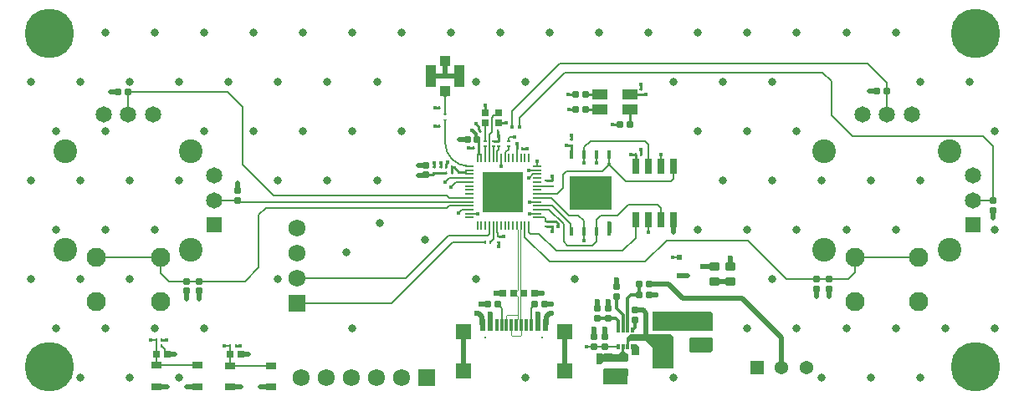
<source format=gbr>
%TF.GenerationSoftware,Altium Limited,Altium Designer,25.3.3 (18)*%
G04 Layer_Physical_Order=1*
G04 Layer_Color=255*
%FSLAX45Y45*%
%MOMM*%
%TF.SameCoordinates,94F19C35-717A-4B45-A619-7893C40BEDFD*%
%TF.FilePolarity,Positive*%
%TF.FileFunction,Copper,L1,Top,Signal*%
%TF.Part,Single*%
G01*
G75*
%TA.AperFunction,Conductor*%
%ADD10C,0.15600*%
%TA.AperFunction,SMDPad,CuDef*%
%ADD11R,1.05000X2.20000*%
%ADD12R,1.00000X1.00000*%
G04:AMPARAMS|DCode=13|XSize=0.6mm|YSize=0.7mm|CornerRadius=0.075mm|HoleSize=0mm|Usage=FLASHONLY|Rotation=270.000|XOffset=0mm|YOffset=0mm|HoleType=Round|Shape=RoundedRectangle|*
%AMROUNDEDRECTD13*
21,1,0.60000,0.55000,0,0,270.0*
21,1,0.45000,0.70000,0,0,270.0*
1,1,0.15000,-0.27500,-0.22500*
1,1,0.15000,-0.27500,0.22500*
1,1,0.15000,0.27500,0.22500*
1,1,0.15000,0.27500,-0.22500*
%
%ADD13ROUNDEDRECTD13*%
%ADD14R,0.45000X0.95000*%
%ADD15R,4.35000X3.45000*%
%ADD16R,0.65000X1.50000*%
%ADD17R,1.50000X1.10000*%
%TA.AperFunction,TestPad*%
G04:AMPARAMS|DCode=18|XSize=0.75mm|YSize=0.7mm|CornerRadius=0.035mm|HoleSize=0mm|Usage=FLASHONLY|Rotation=180.000|XOffset=0mm|YOffset=0mm|HoleType=Round|Shape=RoundedRectangle|*
%AMROUNDEDRECTD18*
21,1,0.75000,0.63000,0,0,180.0*
21,1,0.68000,0.70000,0,0,180.0*
1,1,0.07000,-0.34000,0.31500*
1,1,0.07000,0.34000,0.31500*
1,1,0.07000,0.34000,-0.31500*
1,1,0.07000,-0.34000,-0.31500*
%
%ADD18ROUNDEDRECTD18*%
%TA.AperFunction,SMDPad,CuDef*%
%ADD19R,0.85000X0.20000*%
%ADD20R,0.20000X0.85000*%
%ADD21R,4.05000X4.05000*%
G04:AMPARAMS|DCode=22|XSize=0.25mm|YSize=0.35mm|CornerRadius=0.03125mm|HoleSize=0mm|Usage=FLASHONLY|Rotation=90.000|XOffset=0mm|YOffset=0mm|HoleType=Round|Shape=RoundedRectangle|*
%AMROUNDEDRECTD22*
21,1,0.25000,0.28750,0,0,90.0*
21,1,0.18750,0.35000,0,0,90.0*
1,1,0.06250,0.14375,0.09375*
1,1,0.06250,0.14375,-0.09375*
1,1,0.06250,-0.14375,-0.09375*
1,1,0.06250,-0.14375,0.09375*
%
%ADD22ROUNDEDRECTD22*%
G04:AMPARAMS|DCode=23|XSize=0.25mm|YSize=0.35mm|CornerRadius=0.03125mm|HoleSize=0mm|Usage=FLASHONLY|Rotation=180.000|XOffset=0mm|YOffset=0mm|HoleType=Round|Shape=RoundedRectangle|*
%AMROUNDEDRECTD23*
21,1,0.25000,0.28750,0,0,180.0*
21,1,0.18750,0.35000,0,0,180.0*
1,1,0.06250,-0.09375,0.14375*
1,1,0.06250,0.09375,0.14375*
1,1,0.06250,0.09375,-0.14375*
1,1,0.06250,-0.09375,-0.14375*
%
%ADD23ROUNDEDRECTD23*%
G04:AMPARAMS|DCode=24|XSize=0.35mm|YSize=0.25mm|CornerRadius=0.0625mm|HoleSize=0mm|Usage=FLASHONLY|Rotation=90.000|XOffset=0mm|YOffset=0mm|HoleType=Round|Shape=RoundedRectangle|*
%AMROUNDEDRECTD24*
21,1,0.35000,0.12500,0,0,90.0*
21,1,0.22500,0.25000,0,0,90.0*
1,1,0.12500,0.06250,0.11250*
1,1,0.12500,0.06250,-0.11250*
1,1,0.12500,-0.06250,-0.11250*
1,1,0.12500,-0.06250,0.11250*
%
%ADD24ROUNDEDRECTD24*%
G04:AMPARAMS|DCode=25|XSize=0.6mm|YSize=0.7mm|CornerRadius=0.075mm|HoleSize=0mm|Usage=FLASHONLY|Rotation=180.000|XOffset=0mm|YOffset=0mm|HoleType=Round|Shape=RoundedRectangle|*
%AMROUNDEDRECTD25*
21,1,0.60000,0.55000,0,0,180.0*
21,1,0.45000,0.70000,0,0,180.0*
1,1,0.15000,-0.22500,0.27500*
1,1,0.15000,0.22500,0.27500*
1,1,0.15000,0.22500,-0.27500*
1,1,0.15000,-0.22500,-0.27500*
%
%ADD25ROUNDEDRECTD25*%
G04:AMPARAMS|DCode=26|XSize=0.35mm|YSize=0.25mm|CornerRadius=0.0625mm|HoleSize=0mm|Usage=FLASHONLY|Rotation=180.000|XOffset=0mm|YOffset=0mm|HoleType=Round|Shape=RoundedRectangle|*
%AMROUNDEDRECTD26*
21,1,0.35000,0.12500,0,0,180.0*
21,1,0.22500,0.25000,0,0,180.0*
1,1,0.12500,-0.11250,0.06250*
1,1,0.12500,0.11250,0.06250*
1,1,0.12500,0.11250,-0.06250*
1,1,0.12500,-0.11250,-0.06250*
%
%ADD26ROUNDEDRECTD26*%
%TA.AperFunction,ConnectorPad*%
%ADD27R,0.60000X1.15000*%
%ADD28R,0.30000X1.15000*%
%TA.AperFunction,SMDPad,CuDef*%
%ADD29R,1.50000X1.50000*%
%ADD30R,0.65000X0.65000*%
%ADD31R,0.57500X0.62000*%
G04:AMPARAMS|DCode=32|XSize=0.8mm|YSize=1mm|CornerRadius=0.1mm|HoleSize=0mm|Usage=FLASHONLY|Rotation=90.000|XOffset=0mm|YOffset=0mm|HoleType=Round|Shape=RoundedRectangle|*
%AMROUNDEDRECTD32*
21,1,0.80000,0.80000,0,0,90.0*
21,1,0.60000,1.00000,0,0,90.0*
1,1,0.20000,0.40000,0.30000*
1,1,0.20000,0.40000,-0.30000*
1,1,0.20000,-0.40000,-0.30000*
1,1,0.20000,-0.40000,0.30000*
%
%ADD32ROUNDEDRECTD32*%
%ADD33R,1.05000X0.65000*%
%ADD34R,0.30000X0.47500*%
%ADD35R,2.10000X1.90000*%
%TA.AperFunction,Conductor*%
%ADD36C,0.50000*%
%ADD37C,0.25000*%
%ADD38C,0.20000*%
%ADD39C,0.12300*%
%ADD40C,0.30000*%
%ADD41C,0.40000*%
%TA.AperFunction,ViaPad*%
%ADD42C,5.00000*%
%TA.AperFunction,ComponentPad*%
%ADD43C,1.72500*%
%ADD44R,1.72500X1.72500*%
%ADD45C,1.36500*%
%ADD46R,1.36500X1.36500*%
%ADD47C,0.32500*%
%ADD48C,1.65000*%
%ADD49R,1.65000X1.65000*%
%ADD50C,2.40000*%
%ADD51C,1.95000*%
%ADD52R,1.72500X1.72500*%
%TA.AperFunction,ViaPad*%
%ADD53C,0.60000*%
%ADD54C,0.80000*%
%ADD55C,0.45000*%
G36*
X5697301Y9839705D02*
X5681701D01*
X5673901Y9855305D01*
X5705101D01*
X5697301Y9839705D01*
D02*
G37*
G36*
X5697338Y9762172D02*
X5697898Y9755214D01*
X5698234Y9753431D01*
X5698645Y9751915D01*
X5699130Y9750668D01*
X5699690Y9749689D01*
X5700325Y9748977D01*
X5701034Y9748534D01*
X5677968D01*
X5678677Y9748977D01*
X5679311Y9749689D01*
X5679872Y9750668D01*
X5680357Y9751915D01*
X5680768Y9753431D01*
X5681104Y9755214D01*
X5681365Y9757265D01*
X5681664Y9762172D01*
X5681701Y9765028D01*
X5697301D01*
X5697338Y9762172D01*
D02*
G37*
G36*
X5700325Y9715024D02*
X5699690Y9714313D01*
X5699130Y9713333D01*
X5698645Y9712086D01*
X5698234Y9710571D01*
X5697898Y9708787D01*
X5697637Y9706736D01*
X5697338Y9701829D01*
X5697301Y9698973D01*
X5681701D01*
X5681664Y9701829D01*
X5681104Y9708787D01*
X5680768Y9710571D01*
X5680357Y9712086D01*
X5679872Y9713333D01*
X5679311Y9714313D01*
X5678677Y9715024D01*
X5677968Y9715467D01*
X5701034D01*
X5700325Y9715024D01*
D02*
G37*
G36*
X8399500Y7652000D02*
Y7479499D01*
X8394500Y7474499D01*
X7797000D01*
X7792000Y7479499D01*
Y7671999D01*
X8379500D01*
X8399500Y7652000D01*
D02*
G37*
G36*
X8394500Y7404499D02*
X8399500Y7399500D01*
Y7274500D01*
X8377000Y7251999D01*
X8182000D01*
X8159500Y7274499D01*
X8159500Y7393870D01*
X8170129Y7404500D01*
X8394500Y7404499D01*
D02*
G37*
G36*
X7504108Y7291999D02*
X7504500Y7290032D01*
Y7269499D01*
X7539500Y7234499D01*
Y7164500D01*
X7534500Y7159500D01*
X7292000D01*
X7270000Y7137500D01*
X7228886Y7137500D01*
X7219500Y7146886D01*
Y7244499D01*
X7224500Y7249499D01*
X7282000D01*
X7292000Y7239499D01*
X7444500D01*
X7474500Y7269499D01*
Y7271950D01*
X7474500D01*
Y7339499D01*
X7504108D01*
Y7291999D01*
D02*
G37*
G36*
X7657000Y7314499D02*
Y7232000D01*
X7649500Y7224499D01*
X7589500D01*
X7574500Y7239499D01*
Y7271950D01*
X7574500D01*
Y7290032D01*
X7574892Y7291999D01*
Y7339499D01*
X7632000D01*
X7657000Y7314499D01*
D02*
G37*
G36*
X7974500Y7436999D02*
X8002000Y7409500D01*
Y7092000D01*
X7792000D01*
Y7299499D01*
X7722000Y7369499D01*
X7564500Y7369499D01*
X7554500Y7359499D01*
Y7291999D01*
X7524500D01*
Y7359450D01*
X7524500D01*
Y7399500D01*
X7562000Y7436999D01*
X7974500Y7436999D01*
D02*
G37*
G36*
X7539500Y7084499D02*
Y6944499D01*
X7529500Y6934499D01*
X7299500D01*
X7289500Y6944499D01*
Y7079499D01*
Y7084499D01*
X7294500Y7089499D01*
X7534500D01*
X7539500Y7084499D01*
D02*
G37*
D10*
X5689500Y9384499D02*
G03*
X5932000Y9142000I242499J0D01*
G01*
X2157500Y8222500D02*
X2807500D01*
X9835868Y8222500D02*
X10485869D01*
X6902500Y10090000D02*
X9512500D01*
X9597500Y9660000D02*
Y10005000D01*
X9512500Y10090000D02*
X9597500Y10005000D01*
X6447500Y9635000D02*
X6902500Y10090000D01*
X9962500Y10182500D02*
X10160000Y9985000D01*
X6365000Y9700000D02*
X6847500Y10182500D01*
X9962500D01*
X3637500Y9160000D02*
X3952500Y8845000D01*
X3485000Y9897500D02*
X3637500Y9745000D01*
Y9160000D02*
Y9745000D01*
X11235000Y8797500D02*
X11240000D01*
X11033869D02*
X11235000D01*
Y9345000D01*
Y8797499D02*
Y8797500D01*
X10087800Y9445300D02*
X11134700D01*
X10087500Y9445000D02*
X10087800Y9445300D01*
X11134700D02*
X11235000Y9345000D01*
X2767499Y7125001D02*
X3182499D01*
X2767499Y7125001D02*
Y7239999D01*
Y7125001D02*
X2767499Y7125001D01*
X2767499Y7239999D02*
X2767499Y7239999D01*
Y7324999D01*
Y7380000D01*
X3515000Y7120000D02*
X3930000D01*
X3514999Y7120001D02*
Y7234999D01*
Y7120001D02*
X3515000Y7120000D01*
X3515000Y7320000D02*
Y7320000D01*
Y7235000D02*
Y7320000D01*
X3514999Y7234999D02*
X3515000Y7235000D01*
X3457500Y7320000D02*
X3514999D01*
X3515000Y7320000D01*
X2767499Y7380000D02*
X2767499Y7380000D01*
X2710000Y7380000D02*
X2767499D01*
X5752500Y8932500D02*
X5802000Y8982000D01*
X5932000D01*
X5687500Y8980000D02*
X5729500Y9022000D01*
X5932000D01*
Y8662000D02*
X6016000D01*
X6497000Y8425500D02*
X6747500Y8175000D01*
X6497000Y8425500D02*
Y8537000D01*
X6747500Y8175000D02*
X7717500D01*
X7935000Y8392500D01*
X8752500D01*
X9145000Y8000000D01*
X9450000D01*
X5828412Y8670000D02*
X5860412Y8702000D01*
X5932000D01*
X5827500Y8670000D02*
X5828412D01*
X5729500Y8742000D02*
X5932000D01*
X5707500Y8720000D02*
X5729500Y8742000D01*
X6447500Y9540000D02*
Y9635000D01*
X6365000Y9537500D02*
Y9700000D01*
X6337000Y9397000D02*
Y9433362D01*
X6346138Y9442500D02*
X6395000D01*
X6337000Y9433362D02*
X6346138Y9442500D01*
X9597500Y9660000D02*
X9812500Y9445000D01*
X10087500D01*
X10160000Y9907500D02*
Y9985000D01*
X10160434Y9670934D02*
Y9907066D01*
X10160000Y9907500D02*
X10160434Y9907066D01*
Y9670934D02*
X10160868Y9670500D01*
X3805000Y8115000D02*
Y8650000D01*
X3197500Y7977500D02*
X3667500D01*
X3805000Y8115000D01*
Y8650000D02*
X3875000Y8720000D01*
X5707500D01*
X3952500Y8845000D02*
X5707500D01*
X2482500Y9897500D02*
X3485000D01*
X5707500Y8845000D02*
X5730500Y8822000D01*
X5932000D01*
X3590000Y8797500D02*
X3605500Y8782000D01*
X5932000D01*
X9580000Y8000000D02*
X9580000Y8000000D01*
X9450000Y8000000D02*
X9580000D01*
X9580000Y8000000D02*
X9770000D01*
X9835868Y8065868D01*
Y8222500D01*
X2482500Y9897500D02*
X2482500Y9897500D01*
Y9670501D02*
Y9897500D01*
X3355500Y8797500D02*
X3590000D01*
X3355500Y8797501D02*
X3355500Y8797500D01*
X11033868Y8797500D02*
X11033869Y8797500D01*
X11240000D02*
X11240000Y8797501D01*
X4190522Y7750277D02*
X5147777D01*
X5765500Y8368000D01*
X6562000Y7536000D02*
Y7707000D01*
X6594500Y7739500D01*
Y7744500D01*
X6262000Y7536000D02*
Y7699501D01*
X6222002Y7739499D02*
X6262000Y7699501D01*
X6222002Y7739499D02*
Y7744500D01*
X3070000Y7977500D02*
X3070000Y7977500D01*
X3197500D01*
X2892500Y7977500D02*
X3070000D01*
X2807500Y8062500D02*
X2892500Y7977500D01*
X2807500Y8062500D02*
Y8222500D01*
X6257250Y9142750D02*
Y9226750D01*
Y9142750D02*
X6257500Y9142500D01*
X6257000Y9227000D02*
X6257250Y9226750D01*
X5725000Y8440000D02*
X6120000D01*
X6137000Y8457000D01*
Y8537000D01*
X5289277Y8004277D02*
X5725000Y8440000D01*
X4190522Y8004277D02*
X5289277D01*
X5765500Y8368000D02*
X6092000D01*
X6147000D02*
Y8373000D01*
X6177000Y8403000D02*
Y8537000D01*
X6147000Y8373000D02*
X6177000Y8403000D01*
X5689499Y9880801D02*
X5689501D01*
Y9732001D02*
Y9880801D01*
Y9669501D02*
Y9732001D01*
X5689499Y9669501D02*
X5689501D01*
X5689500Y9384499D02*
Y9547001D01*
X5689499Y9609501D02*
X5689500D01*
Y9547001D02*
Y9609501D01*
X7487000Y8284500D02*
X7619000Y8416500D01*
X7223000Y8380500D02*
Y8479499D01*
X7182000Y8339500D02*
X7223000Y8380500D01*
X6812000Y8284500D02*
X7487000D01*
X7095249Y8478749D02*
X7096000Y8479499D01*
X7095249Y8387750D02*
Y8478749D01*
X7094499Y8387000D02*
X7095249Y8387750D01*
X6926999Y8339500D02*
X7182000D01*
X6958304Y8490195D02*
X6969000Y8479499D01*
X6889499Y8377000D02*
X6926999Y8339500D01*
X6889499Y8377000D02*
Y8554500D01*
X6637000Y8459500D02*
X6812000Y8284500D01*
X6551999Y8459500D02*
X6637000D01*
X7746000Y8475500D02*
Y8599500D01*
X7619000Y8416500D02*
Y8599500D01*
X7223000Y8598000D02*
X7264499Y8639500D01*
X7223000Y8479499D02*
Y8598000D01*
X7096000Y8479499D02*
Y8588000D01*
X7039499Y8644500D02*
X7096000Y8588000D01*
X6958304Y8490195D02*
Y8558196D01*
X7873000Y8599500D02*
Y8718499D01*
X7871999Y9140500D02*
X7873000Y9139500D01*
X7841999Y8749500D02*
X7873000Y8718499D01*
X7518000Y8989500D02*
X7974499D01*
X7544500Y8749500D02*
X7841999D01*
X7434499Y8639500D02*
X7544500Y8749500D01*
X7350000Y9157500D02*
X7518000Y8989500D01*
X7264499Y8639500D02*
X7434499D01*
X7281999Y9089500D02*
X7350000Y9157500D01*
X7871999Y9140500D02*
Y9264500D01*
X7746000Y9139500D02*
Y9363000D01*
X7709499Y9399500D02*
X7746000Y9363000D01*
X7161999Y9399500D02*
X7709499D01*
X7350000Y9157500D02*
Y9259499D01*
X7223000D02*
X7232000Y9268499D01*
X7222500Y9259000D02*
X7223000Y9259499D01*
X7222500Y9172500D02*
Y9259000D01*
X7222000Y9172000D02*
X7222500Y9172500D01*
X6944499Y8644500D02*
X7039499D01*
X6884499Y8919500D02*
Y9054500D01*
X6774500Y8742000D02*
X6958304Y8558196D01*
X6827000Y8862000D02*
X6884499Y8919500D01*
X6766999Y8822000D02*
X6944499Y8644500D01*
X6741999Y8702000D02*
X6889499Y8554500D01*
X6716999Y8942000D02*
X6774499D01*
X6622000Y8862000D02*
X6827000D01*
X6716999Y8942000D02*
X6716999Y8942000D01*
X6622000Y8742000D02*
X6774500D01*
X6622000Y8822000D02*
X6766999D01*
X6622000Y8702000D02*
X6741999D01*
X6622000Y8942000D02*
X6716999D01*
X6547000Y8662000D02*
X6622000D01*
X7096000Y9333500D02*
X7161999Y9399500D01*
X6919499Y9089500D02*
X7281999D01*
X7096000Y9173000D02*
Y9259499D01*
Y9333500D01*
X7095499Y9172500D02*
X7096000Y9173000D01*
X6884499Y9054500D02*
X6919499Y9089500D01*
X6537000Y8474499D02*
X6551999Y8459500D01*
X6537000Y8474499D02*
Y8537000D01*
X6547000Y8782000D02*
X6622000D01*
X6546999Y8782000D02*
X6547000Y8782000D01*
X6546999Y8662000D02*
X6547000Y8662000D01*
X6335418Y9342000D02*
X6337000D01*
X6330718Y9337300D02*
X6335418Y9342000D01*
X6330718Y9315719D02*
Y9337300D01*
X6297000Y9282001D02*
X6330718Y9315719D01*
X6297000Y9227000D02*
Y9282001D01*
X6234499Y9314500D02*
Y9342000D01*
X6217000Y9297001D02*
X6234499Y9314500D01*
X6217000Y9227000D02*
Y9297001D01*
X6177000Y9227000D02*
X6177000Y9227000D01*
X6177000Y9227000D02*
Y9342000D01*
X6176999Y9342000D02*
X6177000Y9342000D01*
X6097000Y9227000D02*
Y9342000D01*
X6097000D02*
X6097000D01*
X6164500Y9492000D02*
Y9497000D01*
Y9637001D01*
X6137000Y9464500D02*
X6164500Y9492000D01*
X6137000Y9227000D02*
Y9464500D01*
X6097000Y9497001D02*
Y9582000D01*
X6097000Y9497001D02*
X6097000D01*
X6097000Y9582000D02*
X6097000D01*
X6097000Y9397000D02*
Y9497001D01*
X6204800Y9654800D02*
X6232000Y9682000D01*
X6182299Y9654800D02*
X6204800D01*
X6164500Y9637001D02*
X6182299Y9654800D01*
X7122001Y7317000D02*
X7194500D01*
X7304500Y7317000D02*
X7304500Y7317000D01*
X7194500Y7317000D02*
X7304500D01*
X7304500Y7317000D02*
X7438200D01*
X7439500Y7315700D01*
X7988701Y8222500D02*
X8061200D01*
X8000000Y9015001D02*
Y9139500D01*
X7974499Y8989500D02*
X8000000Y9015001D01*
D11*
X5837500Y10055000D02*
D03*
X5542499D02*
D03*
D12*
X5690000Y10205000D02*
D03*
Y9905000D02*
D03*
D13*
X11235000Y8797499D02*
D03*
Y8697499D02*
D03*
X5497000Y9154500D02*
D03*
Y9054500D02*
D03*
X9450000Y8000000D02*
D03*
Y7900000D02*
D03*
X9580000Y7900000D02*
D03*
Y8000000D02*
D03*
X3197500Y7977500D02*
D03*
Y7877500D02*
D03*
X3070000Y7877500D02*
D03*
Y7977500D02*
D03*
X3590000Y8897500D02*
D03*
Y8797500D02*
D03*
X7304500Y7417000D02*
D03*
Y7317000D02*
D03*
X7609500Y7584499D02*
D03*
Y7684499D02*
D03*
X7227000Y7699500D02*
D03*
Y7599500D02*
D03*
X7337000Y7599499D02*
D03*
Y7699499D02*
D03*
X7424500Y7819499D02*
D03*
Y7919499D02*
D03*
X7194500Y7417000D02*
D03*
Y7317000D02*
D03*
D14*
X6969000Y8479499D02*
D03*
X7096000D02*
D03*
X7223000D02*
D03*
X7350000D02*
D03*
Y9259499D02*
D03*
X7223000D02*
D03*
X7096000D02*
D03*
X6969000D02*
D03*
D15*
X7159500Y8869499D02*
D03*
D16*
X7619000Y9139500D02*
D03*
X7746000D02*
D03*
X7873000D02*
D03*
X8000000D02*
D03*
Y8599500D02*
D03*
X7873000D02*
D03*
X7746000D02*
D03*
X7619000D02*
D03*
D17*
X7556999Y9719500D02*
D03*
X7256999D02*
D03*
Y9869500D02*
D03*
X7556999D02*
D03*
D18*
X6097000Y9582000D02*
D03*
X6232000D02*
D03*
X6097000Y9682000D02*
D03*
X6232000D02*
D03*
D19*
X5932000Y9142000D02*
D03*
Y9102000D02*
D03*
Y9062000D02*
D03*
Y9022000D02*
D03*
Y8982000D02*
D03*
Y8942000D02*
D03*
Y8902000D02*
D03*
Y8862000D02*
D03*
Y8822000D02*
D03*
Y8782000D02*
D03*
Y8742000D02*
D03*
Y8702000D02*
D03*
Y8662000D02*
D03*
Y8622000D02*
D03*
X6622000D02*
D03*
Y8662000D02*
D03*
Y8702000D02*
D03*
Y8742000D02*
D03*
Y8782000D02*
D03*
Y8822000D02*
D03*
Y8862000D02*
D03*
Y8902000D02*
D03*
Y8942000D02*
D03*
Y8982000D02*
D03*
Y9022000D02*
D03*
Y9062000D02*
D03*
Y9102000D02*
D03*
Y9142000D02*
D03*
D20*
X6017000Y8537000D02*
D03*
X6057000D02*
D03*
X6097000D02*
D03*
X6137000D02*
D03*
X6177000D02*
D03*
X6217000D02*
D03*
X6257000D02*
D03*
X6297000D02*
D03*
X6337000D02*
D03*
X6377000D02*
D03*
X6417000D02*
D03*
X6457000D02*
D03*
X6497000D02*
D03*
X6537000D02*
D03*
Y9227000D02*
D03*
X6497000D02*
D03*
X6457000D02*
D03*
X6417000D02*
D03*
X6377000D02*
D03*
X6337000D02*
D03*
X6297000D02*
D03*
X6257000D02*
D03*
X6217000D02*
D03*
X6177000D02*
D03*
X6137000D02*
D03*
X6097000D02*
D03*
X6057000D02*
D03*
X6017000D02*
D03*
D21*
X6277000Y8882000D02*
D03*
D22*
X6714499Y8584500D02*
D03*
Y8529500D02*
D03*
X6774499Y8997000D02*
D03*
Y8942000D02*
D03*
X6769499Y8584500D02*
D03*
Y8529500D02*
D03*
X6716999Y8942000D02*
D03*
Y8997000D02*
D03*
X6234499Y8429500D02*
D03*
Y8374500D02*
D03*
X5644500Y9074501D02*
D03*
Y9129501D02*
D03*
X5582000Y9074501D02*
D03*
Y9129501D02*
D03*
X6969500Y9357000D02*
D03*
Y9412000D02*
D03*
X7671999Y9869500D02*
D03*
Y9924501D02*
D03*
X6337000Y9397000D02*
D03*
Y9342000D02*
D03*
X6234499Y9342000D02*
D03*
Y9397001D02*
D03*
X6176999Y9342000D02*
D03*
Y9397001D02*
D03*
X6097000Y9397000D02*
D03*
Y9342000D02*
D03*
D23*
X6147000Y8368000D02*
D03*
X6092000D02*
D03*
X5757000Y9132000D02*
D03*
X5702000D02*
D03*
X7674500Y9264500D02*
D03*
X7619500D02*
D03*
X6416999Y9319500D02*
D03*
X6472000D02*
D03*
X6032000Y9329500D02*
D03*
X5977000D02*
D03*
X5689500Y9547001D02*
D03*
X5634500D02*
D03*
X5689501Y9732001D02*
D03*
X5634501D02*
D03*
X6164500Y9497000D02*
D03*
X6219500D02*
D03*
X6097000Y9497001D02*
D03*
X6042000D02*
D03*
X3570000Y7320000D02*
D03*
X3515000D02*
D03*
X2822500Y7380000D02*
D03*
X2767499D02*
D03*
X2822500Y7324999D02*
D03*
X2767499D02*
D03*
D24*
X5756999Y9074499D02*
D03*
X5697000D02*
D03*
D25*
X7556999Y9562000D02*
D03*
X7456999D02*
D03*
X7114499Y9719500D02*
D03*
X7014499D02*
D03*
X7111999Y9869500D02*
D03*
X7011999D02*
D03*
X5914499Y9412000D02*
D03*
X6014500D02*
D03*
X7755000Y7837500D02*
D03*
X7655000D02*
D03*
X7754500Y7949500D02*
D03*
X7654500D02*
D03*
X10060000Y9907500D02*
D03*
X10160000D02*
D03*
X2382500Y9897500D02*
D03*
X2482500D02*
D03*
X6222002Y7744500D02*
D03*
X6122001D02*
D03*
X6594500Y7744500D02*
D03*
X6694500D02*
D03*
D26*
X5689499Y9609501D02*
D03*
Y9669501D02*
D03*
D27*
X6067000Y7536000D02*
D03*
X6147000D02*
D03*
X6627000D02*
D03*
X6707000D02*
D03*
D28*
X6262000D02*
D03*
X6362000D02*
D03*
X6412000D02*
D03*
X6512000D02*
D03*
X6562000D02*
D03*
X6462000D02*
D03*
X6312000D02*
D03*
X6212000D02*
D03*
D29*
X5875000Y7462000D02*
D03*
X6899000D02*
D03*
Y7065000D02*
D03*
X5875000D02*
D03*
D30*
X3624999Y7234999D02*
D03*
X3514999D02*
D03*
X2877499Y7239999D02*
D03*
X2767499D02*
D03*
X6274501Y7852000D02*
D03*
X6384501D02*
D03*
X6599500Y7852000D02*
D03*
X6489500D02*
D03*
D31*
X8061200Y8222500D02*
D03*
Y8032500D02*
D03*
X8298800Y8127500D02*
D03*
D32*
X8577500D02*
D03*
Y7977500D02*
D03*
X8420001D02*
D03*
Y8127500D02*
D03*
X8349500Y7364499D02*
D03*
Y7514499D02*
D03*
X8209500Y7364499D02*
D03*
Y7514499D02*
D03*
X7489501Y7049500D02*
D03*
Y7199500D02*
D03*
X7339500Y7049499D02*
D03*
Y7199499D02*
D03*
D33*
X3182499Y6910001D02*
D03*
X2767499D02*
D03*
X3182499Y7125001D02*
D03*
X2767499D02*
D03*
X3930000Y6905001D02*
D03*
X3515000D02*
D03*
X3930000Y7120000D02*
D03*
X3515000D02*
D03*
D34*
X7439500Y7315700D02*
D03*
X7489500D02*
D03*
X7539500D02*
D03*
X7589500D02*
D03*
Y7483299D02*
D03*
X7539500D02*
D03*
X7489500D02*
D03*
X7439500D02*
D03*
D35*
X7897000Y7187000D02*
D03*
Y7577000D02*
D03*
D36*
X5690000Y10055000D02*
X5837500D01*
X5542499D02*
X5690000D01*
Y10205000D01*
X3070000Y7799998D02*
Y7877500D01*
X2304998Y9897500D02*
X2382500D01*
X3590000Y8897500D02*
Y8975002D01*
X6899000Y7262500D02*
Y7462000D01*
Y7065000D02*
Y7262500D01*
X5875000Y7065000D02*
Y7262500D01*
Y7462000D01*
X6627000Y7536000D02*
X6627250Y7536250D01*
Y7644750D01*
X6627500Y7645000D01*
X6147250Y7536250D02*
Y7644750D01*
X6147500Y7645000D01*
X6147000Y7536000D02*
X6147250Y7536250D01*
X6707000Y7536000D02*
X6712000Y7541000D01*
X6744376Y7650587D02*
X6764587D01*
X6712000Y7618211D02*
X6744376Y7650587D01*
X6712000Y7541000D02*
Y7618211D01*
X6764587Y7650587D02*
X6766500Y7652500D01*
X6029623Y7650587D02*
X6062000Y7618211D01*
X6009413Y7650587D02*
X6029623D01*
X6062000Y7541000D02*
X6067000Y7536000D01*
X6062000Y7541000D02*
Y7618211D01*
X6007500Y7652500D02*
X6009413Y7650587D01*
X6204501Y7852000D02*
X6274501D01*
X6599500Y7852000D02*
X6669500D01*
X6694500Y7744500D02*
X6764500D01*
X6052002Y7744500D02*
X6122001D01*
X8061200Y8032500D02*
X8143700D01*
X9982499Y9907500D02*
X10060000D01*
X11235000Y8619998D02*
Y8697499D01*
X9450000Y7822499D02*
Y7900000D01*
X9580000Y7822499D02*
Y7900000D01*
X3197500Y7799999D02*
Y7877500D01*
X7755000Y7837500D02*
X7825000D01*
X7948000Y7949500D02*
X8095000Y7802500D01*
X7754500Y7949500D02*
X7948000D01*
X8095000Y7802500D02*
X8695000D01*
X9095000Y7402500D01*
Y7102500D02*
Y7402500D01*
X5494501Y9052000D02*
X5497000Y9054500D01*
X5416999Y9052000D02*
X5494501D01*
X5419499Y9154500D02*
X5497000D01*
X5836998Y9412000D02*
X5914499D01*
X7424500Y7919499D02*
Y7989498D01*
X7337000Y7699499D02*
Y7769499D01*
X7227000Y7699500D02*
Y7769499D01*
X7609500Y7684499D02*
X7692710D01*
X7722000Y7655210D01*
Y7416999D02*
Y7655210D01*
X7304500Y7417000D02*
Y7486999D01*
X7194500Y7417000D02*
Y7487000D01*
X8577500Y8127500D02*
Y8210000D01*
X8420001Y7977500D02*
X8577500D01*
X8298800Y8127500D02*
X8420001D01*
X3515000Y6905001D02*
X3622500D01*
X3622501Y6905000D01*
X3822500Y6905001D02*
X3930000D01*
X3822499Y6905001D02*
X3822500Y6905001D01*
X3074999Y6910001D02*
X3182499D01*
X3074998Y6910002D02*
X3074999Y6910001D01*
X2874999D02*
X2875000Y6910000D01*
X2767499Y6910001D02*
X2874999D01*
X3624999Y7234999D02*
X3702500D01*
X2877499Y7239999D02*
X2955000D01*
X8000000Y8477501D02*
Y8599500D01*
X7999499Y8477000D02*
X8000000Y8477501D01*
D37*
X6416999Y9319500D02*
Y9367001D01*
X6969000Y9259499D02*
Y9357000D01*
X2822500Y7378750D02*
X2871250D01*
X2872500Y7377500D01*
X2822500Y7378750D02*
Y7380000D01*
X5644500Y9074501D02*
X5697000D01*
X5582000D02*
X5644500D01*
X5929499Y9329500D02*
X5977000D01*
X6769499Y8482000D02*
Y8529500D01*
X6828919Y8530080D02*
X6829499Y8529500D01*
X6828919Y8530080D02*
Y8563773D01*
X6808192Y8584500D02*
X6828919Y8563773D01*
X6769499Y8584500D02*
X6808192D01*
X6714499Y8529500D02*
X6769499D01*
X6714499Y8584500D02*
X6769499D01*
X7619000Y9139500D02*
X7619500Y9139999D01*
X7674500Y9264500D02*
Y9312000D01*
X7619500Y9139999D02*
Y9264500D01*
X7571999D02*
X7619500D01*
X7444499Y9562000D02*
X7456999Y9574500D01*
X7381999Y9562000D02*
X7444499D01*
X6969500Y9412000D02*
Y9459501D01*
X6969000Y9357000D02*
X6969500D01*
X6921499D02*
X6969000D01*
X6774499Y8997000D02*
Y9044501D01*
X6716999Y8997000D02*
X6774499D01*
X6234499Y8429500D02*
X6282000D01*
X6234499Y8326999D02*
Y8374500D01*
X5829499Y9082000D02*
X5894500D01*
X5697000Y9074499D02*
Y9074501D01*
X5562000Y9054500D02*
X5582000Y9074501D01*
X5497001Y9054500D02*
X5562000D01*
X5497000Y9054500D02*
X5497001Y9054500D01*
X5782000Y9129500D02*
X5829499Y9082000D01*
X5757000Y9129500D02*
X5782000D01*
X5757000Y9127000D02*
Y9129500D01*
Y9129500D02*
Y9129500D01*
Y9132000D01*
X5756999Y9126999D02*
X5757000Y9127000D01*
X5756999Y9074499D02*
Y9126999D01*
X5714499Y9179088D02*
Y9184500D01*
X5702000Y9166588D02*
X5714499Y9179088D01*
X5702000Y9132000D02*
Y9166588D01*
X5644500Y9129501D02*
X5647000D01*
X5644500D02*
Y9179500D01*
X5644500Y9179500D02*
X5644500Y9179500D01*
X5581999Y9129501D02*
Y9177001D01*
X6472000Y9319500D02*
X6519500D01*
X6307000Y9582000D02*
X6307000Y9582000D01*
X6232000Y9582000D02*
X6307000D01*
X6229499Y9397001D02*
Y9444501D01*
X6229499Y9444501D02*
Y9449913D01*
X6219500Y9459912D02*
X6229499Y9449913D01*
X6219500Y9459912D02*
Y9497000D01*
X6176999Y9397001D02*
X6229499D01*
X6032000Y9265750D02*
Y9329500D01*
Y9389499D01*
X6014500Y9406999D02*
X6032000Y9389499D01*
X5587000Y9547001D02*
X5634500D01*
X5587000Y9732001D02*
X5634501D01*
X6042000Y9497001D02*
Y9502001D01*
X6041644D02*
X6042000D01*
X6026999Y9516645D02*
X6041644Y9502001D01*
X6026999Y9516645D02*
Y9545450D01*
X6005104Y9567345D02*
X6026999Y9545450D01*
X6014500Y9406999D02*
Y9412000D01*
X6005104Y9567345D02*
Y9572757D01*
X7256999Y9719500D02*
X7256999Y9719500D01*
X7114499Y9719500D02*
X7256999D01*
X6939499D02*
X7014499D01*
X6936999Y9869500D02*
X7011999D01*
X7671999D02*
X7719500D01*
X7556999D02*
X7671999D01*
X7556999Y9574500D02*
Y9719500D01*
X7111999Y9869500D02*
X7256999D01*
X7671999Y9924501D02*
Y9972001D01*
X6097000Y9682000D02*
Y9757000D01*
X6096999Y9757000D02*
X6097000Y9757000D01*
X3570000Y7320000D02*
X3617500D01*
X3617501Y7320001D01*
D38*
X6019500Y9259500D02*
X6057000D01*
X6709499Y8584500D02*
X6714499D01*
X6706999Y8587000D02*
X6709499Y8584500D01*
X6706999Y8587000D02*
Y8612000D01*
X6696999Y8622000D02*
X6706999Y8612000D01*
X6622000Y8622000D02*
X6696999D01*
X6622000Y9142000D02*
Y9189501D01*
X6622000Y9142000D02*
X6622000D01*
X6576245Y9062000D02*
X6622000D01*
X6234499Y8429500D02*
X6234500Y8429500D01*
X6229500Y8429500D02*
X6234499D01*
X6226999Y8432000D02*
X6229500Y8429500D01*
X6226999Y8432000D02*
Y8464500D01*
X6217000Y8474500D02*
X6226999Y8464500D01*
X6217000Y8474500D02*
Y8537000D01*
X6536999Y9102000D02*
X6622000D01*
X6541245Y9027000D02*
X6576245Y9062000D01*
X6536999Y9027000D02*
X6541245D01*
X5920284Y9062000D02*
X5932000D01*
X5899500Y9077000D02*
Y9102000D01*
X5899500Y9077000D02*
X5899500Y9077000D01*
X5899500Y9072000D02*
Y9077000D01*
X5920284Y9102000D02*
X5932000D01*
X5899500D02*
X5932000D01*
X6417000Y9227000D02*
Y9319500D01*
X6416999Y9319500D02*
X6417000Y9319500D01*
X6057000Y9227000D02*
Y9259500D01*
X2854999Y7262499D02*
Y7287500D01*
X2822500Y7319999D02*
Y7324999D01*
Y7319999D02*
X2854999Y7287500D01*
Y7262499D02*
X2877499Y7239999D01*
D39*
X6424850Y7591350D02*
Y7635000D01*
X6319205D02*
X6424850D01*
X6312000Y7536000D02*
Y7627795D01*
X6424850Y7635000D02*
Y7678740D01*
X6312000Y7627795D02*
X6319205Y7635000D01*
X6362000Y7434705D02*
Y7536000D01*
X6369205Y7427500D02*
X6454795D01*
X6462000Y7434705D01*
Y7536000D01*
X6362000Y7434705D02*
X6369205Y7427500D01*
X6412000Y7578500D02*
X6424850Y7591350D01*
X6424851Y7678741D02*
Y7818444D01*
X6449150Y7591350D02*
X6462000Y7578500D01*
X6384501Y7852000D02*
X6410851Y7825650D01*
X6456356Y7825650D02*
X6463150D01*
X6449151Y7668676D02*
Y7818445D01*
X6410851Y7825650D02*
X6417646D01*
X6449150Y7668675D02*
X6449151Y7668676D01*
X6449150Y7591350D02*
Y7668675D01*
X6449151Y7818445D02*
X6456356Y7825650D01*
X6462000Y7536000D02*
Y7578500D01*
X6463150Y7825650D02*
X6489500Y7852000D01*
X6417646Y7825650D02*
X6424851Y7818444D01*
X6424850Y7678740D02*
X6424851Y7678741D01*
X6412000Y7536000D02*
Y7578500D01*
X6384501Y7852000D02*
X6410851Y7878349D01*
X6417645D01*
X6424850Y8195525D02*
X6424850Y8195525D01*
X6424850Y8195525D02*
Y8496650D01*
X6417000Y8504500D02*
X6424850Y8496650D01*
X6424850Y7885555D02*
Y8195525D01*
X6449150Y7885556D02*
Y8205590D01*
Y7885556D02*
X6456356Y7878350D01*
X6463150D01*
X6489500Y7852000D01*
X6457000Y8504500D02*
Y8537000D01*
X6449150Y8496650D02*
X6457000Y8504500D01*
X6449150Y8205590D02*
Y8496650D01*
X6417645Y7878349D02*
X6424850Y7885555D01*
X6449150Y8205590D02*
X6449150Y8205590D01*
X6417000Y8504500D02*
Y8537000D01*
D40*
X7654500Y7949500D02*
X7654750Y7949250D01*
Y7837750D02*
X7655000Y7837500D01*
X7654750Y7837750D02*
Y7949250D01*
X7539500Y7483299D02*
Y7804500D01*
X7572500Y7837500D02*
X7655000D01*
X7539500Y7804500D02*
X7572500Y7837500D01*
X5999500Y9427000D02*
X6014500Y9412000D01*
X5999500Y9427000D02*
Y9449573D01*
X5999499Y9449574D02*
X5999500Y9449573D01*
X5999499Y9449574D02*
Y9472000D01*
X5964499Y9507000D02*
X5999499Y9472000D01*
X7489500Y7483299D02*
Y7634499D01*
X7424500Y7699499D02*
Y7819499D01*
Y7699499D02*
X7489500Y7634499D01*
X7589500Y7483299D02*
Y7492050D01*
X7591926D02*
X7609500Y7509623D01*
X7589500Y7492050D02*
X7591926D01*
X7609500Y7509623D02*
Y7584499D01*
X7227000Y7599500D02*
X7337000D01*
X7337000Y7599499D02*
X7414500D01*
X7439500Y7574499D01*
Y7483299D02*
Y7574499D01*
D41*
X7349750Y8479749D02*
X7350000Y8479499D01*
X7349750Y8479749D02*
Y8564250D01*
X7349499Y8564500D02*
X7349750Y8564250D01*
D42*
X1682500Y10485000D02*
D03*
X11057500Y10485000D02*
D03*
X11057500Y7110000D02*
D03*
X1682500Y7110000D02*
D03*
D43*
X4237500Y7000000D02*
D03*
X4491500D02*
D03*
X4745500D02*
D03*
X4999500D02*
D03*
X5253500D02*
D03*
X4190522Y8512277D02*
D03*
Y8258277D02*
D03*
Y8004277D02*
D03*
D44*
X5507500Y7000000D02*
D03*
D45*
X9345000Y7102500D02*
D03*
X9095000D02*
D03*
D46*
X8845000D02*
D03*
D47*
X6098000Y7410000D02*
D03*
X6676000D02*
D03*
D48*
X10410868Y9670500D02*
D03*
X10160868D02*
D03*
X9910868D02*
D03*
X11033868Y8797500D02*
D03*
Y9047500D02*
D03*
X2732500Y9670501D02*
D03*
X2482500D02*
D03*
X2232500D02*
D03*
X3355500Y8797501D02*
D03*
Y9047501D02*
D03*
D49*
X11033868Y8547500D02*
D03*
X3355500Y8547501D02*
D03*
D50*
X10793368Y9297500D02*
D03*
X9528369D02*
D03*
Y8297500D02*
D03*
X10793368D02*
D03*
X3115000Y9297501D02*
D03*
X1850000D02*
D03*
Y8297501D02*
D03*
X3115000D02*
D03*
D51*
X9835868Y8222500D02*
D03*
Y7772500D02*
D03*
X10485869Y8222500D02*
D03*
Y7772500D02*
D03*
X2157500Y8222500D02*
D03*
Y7772501D02*
D03*
X2807500Y8222500D02*
D03*
Y7772501D02*
D03*
D52*
X4190522Y7750277D02*
D03*
D53*
X5690000Y10055000D02*
D03*
X6899000Y7262500D02*
D03*
X5875000D02*
D03*
X6627500Y7645000D02*
D03*
X6147500D02*
D03*
X6766500Y7652500D02*
D03*
X6007500D02*
D03*
X6204501Y7852000D02*
D03*
X6669500Y7852000D02*
D03*
X6764500Y7744500D02*
D03*
X6052002Y7744500D02*
D03*
X8264500Y7626999D02*
D03*
X8159500D02*
D03*
X7825000Y7837500D02*
D03*
X8369500Y7626999D02*
D03*
X7414500Y6964499D02*
D03*
X7319500D02*
D03*
X7424500Y7989498D02*
D03*
X8577500Y8210000D02*
D03*
X7337000Y7769499D02*
D03*
X7227000Y7769499D02*
D03*
X7627000Y7254499D02*
D03*
X7509500Y6964499D02*
D03*
X7304500Y7486999D02*
D03*
X7194500Y7487000D02*
D03*
X8054500Y7626999D02*
D03*
D54*
X5482500Y8400000D02*
D03*
X4692500Y8270000D02*
D03*
X5032500Y8567500D02*
D03*
X8500000Y9000000D02*
D03*
X6500000Y10000000D02*
D03*
X8000000D02*
D03*
X9000000D02*
D03*
X8500000D02*
D03*
X3750000Y9500000D02*
D03*
X9750000Y10500000D02*
D03*
X9250000D02*
D03*
X7750000D02*
D03*
X7250000D02*
D03*
X6750000D02*
D03*
X6250000D02*
D03*
X5750000D02*
D03*
X5250000D02*
D03*
X10250000D02*
D03*
X8750000D02*
D03*
X8250000D02*
D03*
X4750000D02*
D03*
X2250000D02*
D03*
X2750000D02*
D03*
X3250000D02*
D03*
X3750000D02*
D03*
X4250000D02*
D03*
X11000000Y10000000D02*
D03*
X11250000Y9500000D02*
D03*
Y8500000D02*
D03*
Y7500000D02*
D03*
X10500000Y10000000D02*
D03*
Y9000000D02*
D03*
X10750000Y7500000D02*
D03*
X10500000Y7000000D02*
D03*
X10000000Y9000000D02*
D03*
X10250000Y8500000D02*
D03*
Y7500000D02*
D03*
X10000000Y7000000D02*
D03*
X9500000Y9000000D02*
D03*
X9750000Y8500000D02*
D03*
Y7500000D02*
D03*
X9500000Y7000000D02*
D03*
X9250000Y9500000D02*
D03*
X9000000Y9000000D02*
D03*
X9250000Y8500000D02*
D03*
X9000000Y8000000D02*
D03*
X9250000Y7500000D02*
D03*
X8750000Y9500000D02*
D03*
Y8500000D02*
D03*
Y7500000D02*
D03*
X8250000Y9500000D02*
D03*
Y8500000D02*
D03*
X8000000Y7000000D02*
D03*
X7000000Y8000000D02*
D03*
X6500000Y7000000D02*
D03*
X6000000Y10000000D02*
D03*
Y8000000D02*
D03*
X5000000Y10000000D02*
D03*
X5250000Y9500000D02*
D03*
X5000000Y9000000D02*
D03*
X4500000Y10000000D02*
D03*
X4750000Y9500000D02*
D03*
X4500000Y9000000D02*
D03*
X4750000Y7500000D02*
D03*
X4000000Y10000000D02*
D03*
X4250000Y9500000D02*
D03*
X4000000Y9000000D02*
D03*
Y8000000D02*
D03*
X3500000Y10000000D02*
D03*
X3000000D02*
D03*
X3250000Y9500000D02*
D03*
X3000000Y9000000D02*
D03*
X3250000Y7500000D02*
D03*
X3000000Y7000000D02*
D03*
X2500000Y10000000D02*
D03*
Y9000000D02*
D03*
X2750000Y8500000D02*
D03*
X2500000Y8000000D02*
D03*
X2750000Y7500000D02*
D03*
X2500000Y7000000D02*
D03*
X2000000Y10000000D02*
D03*
X2250000Y9500000D02*
D03*
X2000000Y9000000D02*
D03*
X2250000Y8500000D02*
D03*
X2000000Y8000000D02*
D03*
X2250000Y7500000D02*
D03*
X2000000Y7000000D02*
D03*
X1500000Y10000000D02*
D03*
X1750000Y9500000D02*
D03*
X1500000Y9000000D02*
D03*
X1750000Y8500000D02*
D03*
X1500000Y8000000D02*
D03*
X1750000Y7500000D02*
D03*
D55*
X3457500Y7320000D02*
D03*
X2710000Y7380000D02*
D03*
X3070000Y7799998D02*
D03*
X5752500Y8932500D02*
D03*
X5687500Y8980000D02*
D03*
X6016250Y8662250D02*
D03*
X5827500Y8670000D02*
D03*
X6447500Y9540000D02*
D03*
X6365000Y9537500D02*
D03*
X6422000Y8737001D02*
D03*
X6395000Y9442500D02*
D03*
X6416999Y9367001D02*
D03*
X6421999Y9027000D02*
D03*
X6422000Y8882001D02*
D03*
X2304998Y9897500D02*
D03*
X3590000Y8975002D02*
D03*
X6276999Y9027000D02*
D03*
X5416999Y9052000D02*
D03*
X8143700Y8032500D02*
D03*
X2872500Y7377500D02*
D03*
X9982499Y9907500D02*
D03*
X11235000Y8619998D02*
D03*
X9450000Y7822499D02*
D03*
X9580000Y7822499D02*
D03*
X3197500Y7799999D02*
D03*
X5929499Y9329500D02*
D03*
X6131999Y9026999D02*
D03*
X6257500Y9142500D02*
D03*
X7746000Y8475500D02*
D03*
X7349499Y8564500D02*
D03*
X7287000Y8741999D02*
D03*
X7159500D02*
D03*
X7094499Y8387000D02*
D03*
X7031999Y8741999D02*
D03*
Y8869499D02*
D03*
X6829499Y8529500D02*
D03*
X6769500Y8481999D02*
D03*
X6546999Y8662000D02*
D03*
Y8782000D02*
D03*
X6282000Y8429500D02*
D03*
X6277000Y8737000D02*
D03*
X6234500Y8326999D02*
D03*
X6132000Y8737000D02*
D03*
X7871999Y9264500D02*
D03*
X7674500Y9312001D02*
D03*
X7571999Y9264500D02*
D03*
X7350000Y9157500D02*
D03*
X7287000Y8869499D02*
D03*
Y8997000D02*
D03*
X7222000Y9172000D02*
D03*
X7159500Y8869499D02*
D03*
Y8997000D02*
D03*
X7095499Y9172500D02*
D03*
X7031999Y8997000D02*
D03*
X6921499Y9357000D02*
D03*
X6774499Y9044501D02*
D03*
X6622000Y9189501D02*
D03*
X6536999Y9102000D02*
D03*
Y9027000D02*
D03*
X6519500Y9319501D02*
D03*
X6277000Y8882000D02*
D03*
X6132000Y8882000D02*
D03*
X5714499Y9184500D02*
D03*
X5644500Y9179500D02*
D03*
X5581999Y9177001D02*
D03*
X5586999Y9547000D02*
D03*
X5419499Y9154500D02*
D03*
X5587000Y9732000D02*
D03*
X7671999Y9972001D02*
D03*
X7719500Y9869501D02*
D03*
X7381999Y9562000D02*
D03*
X6969499Y9459501D02*
D03*
X6939499Y9719500D02*
D03*
X6936999Y9869500D02*
D03*
X6307000Y9582000D02*
D03*
X6229499Y9444501D02*
D03*
X6096999Y9757000D02*
D03*
X6005104Y9572757D02*
D03*
X5964499Y9507000D02*
D03*
X5836998Y9412000D02*
D03*
X7249501Y7227000D02*
D03*
X7122001Y7317000D02*
D03*
X7249501Y7162000D02*
D03*
X8224500Y7279500D02*
D03*
X8344500D02*
D03*
X8284500D02*
D03*
X7988701Y8222500D02*
D03*
X3622501Y6905000D02*
D03*
X3822499Y6905001D02*
D03*
X3074998Y6910002D02*
D03*
X2875000Y6910000D02*
D03*
X3702500Y7234999D02*
D03*
X2955000Y7239999D02*
D03*
X7999499Y8477000D02*
D03*
X3617501Y7320001D02*
D03*
%TF.MD5,7db11de784413fe2754491908e5b4003*%
M02*

</source>
